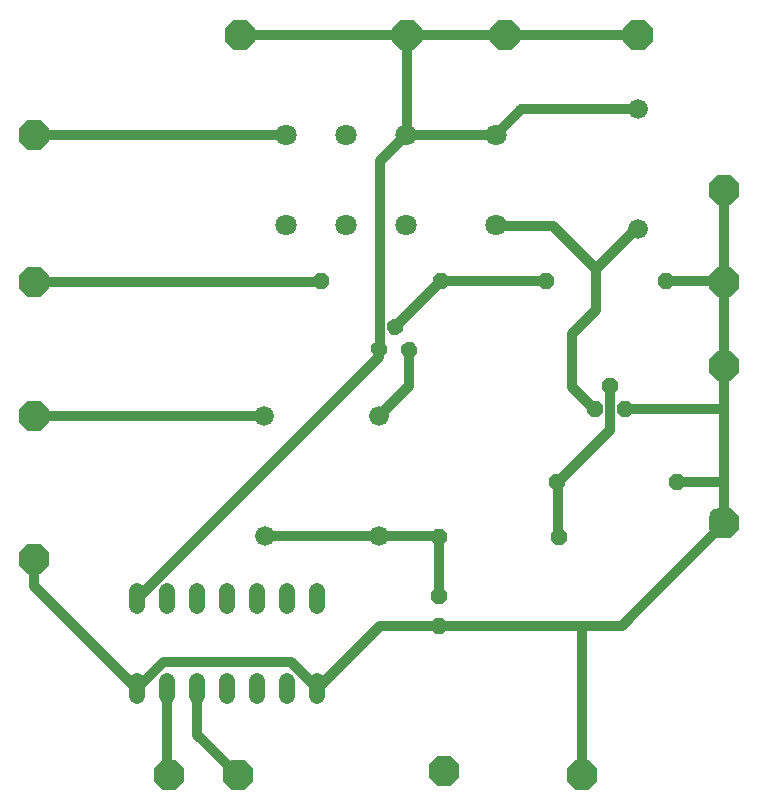
<source format=gbr>
G04 EAGLE Gerber RS-274X export*
G75*
%MOMM*%
%FSLAX34Y34*%
%LPD*%
%INTop Copper*%
%IPPOS*%
%AMOC8*
5,1,8,0,0,1.08239X$1,22.5*%
G01*
%ADD10P,2.749271X8X22.500000*%
%ADD11P,1.429621X8X292.500000*%
%ADD12C,1.676400*%
%ADD13C,1.320800*%
%ADD14C,1.800000*%
%ADD15P,1.429621X8X380.300000*%
%ADD16P,1.429621X8X22.500000*%
%ADD17P,1.429621X8X202.500000*%
%ADD18C,0.812800*%
%ADD19C,0.152400*%


D10*
X382400Y658800D03*
X465500Y658800D03*
X577900Y658800D03*
D11*
X409600Y183800D03*
X409600Y158400D03*
D12*
X358700Y335900D03*
X358700Y234300D03*
X261345Y335899D03*
X262055Y234301D03*
X577700Y494300D03*
X577700Y595900D03*
D10*
X650900Y527200D03*
X650900Y245300D03*
X66800Y449800D03*
X413700Y35800D03*
X66800Y215300D03*
D13*
X153900Y112004D02*
X153900Y98796D01*
X179300Y98796D02*
X179300Y112004D01*
X306300Y112004D02*
X306300Y98796D01*
X306300Y174996D02*
X306300Y188204D01*
X204700Y112004D02*
X204700Y98796D01*
X230100Y98796D02*
X230100Y112004D01*
X280900Y112004D02*
X280900Y98796D01*
X255500Y98796D02*
X255500Y112004D01*
X280900Y174996D02*
X280900Y188204D01*
X255500Y188204D02*
X255500Y174996D01*
X230100Y174996D02*
X230100Y188204D01*
X204700Y188204D02*
X204700Y174996D01*
X179300Y174996D02*
X179300Y188204D01*
X153900Y188204D02*
X153900Y174996D01*
D14*
X457600Y498100D03*
X457600Y574300D03*
X381400Y574300D03*
X330600Y574300D03*
X279800Y574300D03*
X381400Y498100D03*
X330600Y498100D03*
X279800Y498100D03*
D10*
X650900Y378300D03*
X530900Y31800D03*
X241200Y658300D03*
X66800Y335800D03*
X180900Y31800D03*
X239000Y31800D03*
D15*
X358709Y392788D03*
X372131Y411336D03*
X384091Y391812D03*
D16*
X567100Y342300D03*
X554400Y361350D03*
X541700Y342300D03*
D10*
X66800Y574300D03*
X650900Y449800D03*
D16*
X309200Y450000D03*
X410800Y450000D03*
X500200Y450000D03*
X601800Y450000D03*
X409200Y234000D03*
X510800Y234000D03*
D17*
X610800Y280000D03*
X509200Y280000D03*
D18*
X372131Y411336D02*
X410795Y450000D01*
X410800Y450000D01*
X500200Y450000D01*
X384091Y391812D02*
X384091Y361291D01*
X358700Y335900D01*
D19*
X509572Y279692D02*
X510540Y278892D01*
X509572Y279692D02*
X509200Y280000D01*
X553212Y323088D02*
X553212Y361188D01*
X553212Y323088D02*
X510540Y280416D01*
X553212Y361188D02*
X554400Y361350D01*
X510540Y280416D02*
X509200Y280000D01*
D18*
X554400Y324520D02*
X554400Y361350D01*
X554400Y324520D02*
X509572Y279692D01*
X510540Y234260D02*
X510800Y234000D01*
X510540Y234260D02*
X510540Y278892D01*
D19*
X542544Y461000D02*
X542544Y461772D01*
X573998Y493226D01*
X577700Y494300D01*
X507492Y496824D02*
X458724Y496824D01*
X507492Y496824D02*
X542544Y461772D01*
X458724Y496824D02*
X458379Y497215D01*
X457600Y498100D01*
D18*
X540700Y342300D02*
X541700Y342300D01*
X540700Y342300D02*
X522000Y361000D01*
X522000Y405456D01*
X542544Y426000D01*
X542544Y461000D01*
X506329Y497215D01*
X458379Y497215D01*
X542544Y461000D02*
X575844Y494300D01*
X577700Y494300D01*
D19*
X457200Y574548D02*
X382524Y574548D01*
X457200Y574548D02*
X457600Y574300D01*
X382524Y658368D02*
X382096Y658368D01*
X242316Y658368D01*
X241200Y658300D01*
X382096Y658368D02*
X382400Y658800D01*
X388620Y659892D02*
X464820Y659892D01*
X465500Y658800D01*
X388620Y659892D02*
X387891Y659239D01*
X382524Y658368D02*
X382524Y574548D01*
X381400Y574300D01*
X377524Y658368D02*
X382400Y658800D01*
X380988Y573012D02*
X377488Y569512D01*
X380988Y573012D02*
X381000Y573024D01*
X381400Y574300D01*
D18*
X386951Y658300D02*
X241200Y658300D01*
X386951Y658300D02*
X387891Y659239D01*
X382400Y658800D02*
X463200Y658800D01*
X465500Y658800D02*
X577900Y658800D01*
X358709Y386409D02*
X153900Y181600D01*
X358709Y386409D02*
X358709Y392788D01*
X359754Y393833D01*
X359754Y551778D01*
X377488Y569512D01*
X381400Y574300D02*
X457600Y574300D01*
X382400Y574424D02*
X382400Y658800D01*
X382400Y574424D02*
X380988Y573012D01*
X457600Y574300D02*
X479200Y595900D01*
X577700Y595900D01*
X642900Y253300D02*
X650900Y253300D01*
X650900Y245300D02*
X642900Y253300D01*
X650900Y245300D02*
X650900Y280416D01*
X650900Y342900D02*
X650900Y378300D01*
X650900Y253300D01*
X650900Y381100D02*
X650900Y449800D01*
X650900Y381100D02*
X651636Y380364D01*
X657000Y375000D01*
X650900Y449800D02*
X650900Y527200D01*
X650700Y450000D02*
X601800Y450000D01*
X650700Y450000D02*
X650900Y449800D01*
D19*
X650748Y379476D02*
X650900Y378300D01*
X650748Y379476D02*
X651636Y380364D01*
D18*
X650300Y342300D02*
X567100Y342300D01*
X650300Y342300D02*
X650900Y342900D01*
X650484Y280000D02*
X610800Y280000D01*
X650484Y280000D02*
X650900Y280416D01*
X176250Y128196D02*
X153900Y105846D01*
X153900Y105400D01*
X305300Y106400D02*
X305300Y106846D01*
X305300Y106400D02*
X306300Y105400D01*
X305300Y106846D02*
X283950Y128196D01*
X176250Y128196D01*
X306300Y105400D02*
X359300Y158400D01*
X409600Y158400D01*
X531000Y158400D01*
X564000Y158400D01*
X650900Y245300D01*
X530900Y158300D02*
X530900Y31800D01*
X530900Y158300D02*
X531000Y158400D01*
X153900Y105400D02*
X66800Y192500D01*
X66800Y215300D01*
X66800Y335800D02*
X261247Y335800D01*
X261345Y335899D01*
X309000Y449800D02*
X66800Y449800D01*
X309000Y449800D02*
X309200Y450000D01*
X279800Y574300D02*
X66800Y574300D01*
X262055Y234301D02*
X358699Y234301D01*
X358700Y234300D01*
X408900Y234300D01*
X409200Y234000D01*
X409200Y184200D01*
X409600Y183800D01*
X179300Y105400D02*
X179300Y33400D01*
X180900Y31800D01*
X204700Y66100D02*
X204700Y105400D01*
X204700Y66100D02*
X239000Y31800D01*
M02*

</source>
